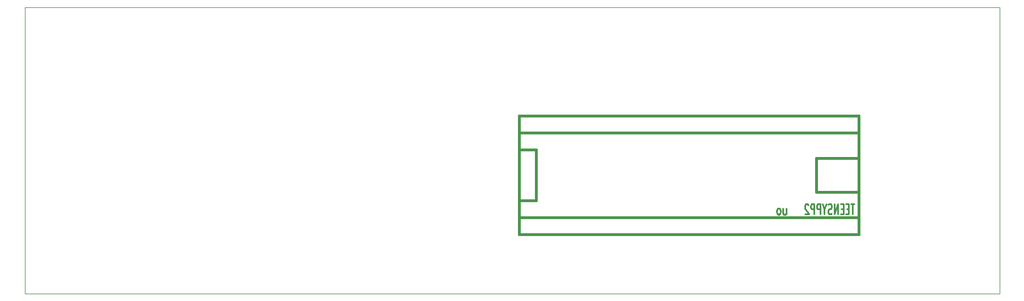
<source format=gbo>
G04 (created by PCBNEW (2013-07-07 BZR 4022)-stable) date 4/22/2014 12:16:29 PM*
%MOIN*%
G04 Gerber Fmt 3.4, Leading zero omitted, Abs format*
%FSLAX34Y34*%
G01*
G70*
G90*
G04 APERTURE LIST*
%ADD10C,0.00590551*%
%ADD11C,0.00393701*%
%ADD12C,0.015*%
%ADD13C,0.009*%
G04 APERTURE END LIST*
G54D10*
G54D11*
X7500Y-13900D02*
X7500Y-30800D01*
X64900Y-30800D02*
X64900Y-13900D01*
X7500Y-13900D02*
X64900Y-13900D01*
X64900Y-30800D02*
X7500Y-30800D01*
G54D12*
X36611Y-22319D02*
X37611Y-22319D01*
X37611Y-22319D02*
X37611Y-25319D01*
X37611Y-25319D02*
X36611Y-25319D01*
X56611Y-22819D02*
X54111Y-22819D01*
X54111Y-22819D02*
X54111Y-24819D01*
X54111Y-24819D02*
X56611Y-24819D01*
X36611Y-26319D02*
X56611Y-26319D01*
X56611Y-21319D02*
X36611Y-21319D01*
X56611Y-20319D02*
X36611Y-20319D01*
X36611Y-20319D02*
X36611Y-27319D01*
X36611Y-27319D02*
X56611Y-27319D01*
X56611Y-27319D02*
X56611Y-20319D01*
G54D13*
X52357Y-25770D02*
X52357Y-26062D01*
X52340Y-26096D01*
X52323Y-26113D01*
X52289Y-26130D01*
X52220Y-26130D01*
X52186Y-26113D01*
X52169Y-26096D01*
X52151Y-26062D01*
X52151Y-25770D01*
X51911Y-25770D02*
X51877Y-25770D01*
X51843Y-25787D01*
X51826Y-25804D01*
X51809Y-25839D01*
X51791Y-25907D01*
X51791Y-25993D01*
X51809Y-26062D01*
X51826Y-26096D01*
X51843Y-26113D01*
X51877Y-26130D01*
X51911Y-26130D01*
X51946Y-26113D01*
X51963Y-26096D01*
X51980Y-26062D01*
X51997Y-25993D01*
X51997Y-25907D01*
X51980Y-25839D01*
X51963Y-25804D01*
X51946Y-25787D01*
X51911Y-25770D01*
X56353Y-25509D02*
X56147Y-25509D01*
X56250Y-26109D02*
X56250Y-25509D01*
X56027Y-25795D02*
X55907Y-25795D01*
X55856Y-26109D02*
X56027Y-26109D01*
X56027Y-25509D01*
X55856Y-25509D01*
X55702Y-25795D02*
X55582Y-25795D01*
X55530Y-26109D02*
X55702Y-26109D01*
X55702Y-25509D01*
X55530Y-25509D01*
X55376Y-26109D02*
X55376Y-25509D01*
X55170Y-26109D01*
X55170Y-25509D01*
X55016Y-26081D02*
X54965Y-26109D01*
X54879Y-26109D01*
X54845Y-26081D01*
X54827Y-26052D01*
X54810Y-25995D01*
X54810Y-25938D01*
X54827Y-25881D01*
X54845Y-25852D01*
X54879Y-25824D01*
X54947Y-25795D01*
X54982Y-25766D01*
X54999Y-25738D01*
X55016Y-25681D01*
X55016Y-25624D01*
X54999Y-25566D01*
X54982Y-25538D01*
X54947Y-25509D01*
X54862Y-25509D01*
X54810Y-25538D01*
X54587Y-25824D02*
X54587Y-26109D01*
X54707Y-25509D02*
X54587Y-25824D01*
X54467Y-25509D01*
X54347Y-26109D02*
X54347Y-25509D01*
X54210Y-25509D01*
X54176Y-25538D01*
X54159Y-25566D01*
X54142Y-25624D01*
X54142Y-25709D01*
X54159Y-25766D01*
X54176Y-25795D01*
X54210Y-25824D01*
X54347Y-25824D01*
X53987Y-26109D02*
X53987Y-25509D01*
X53850Y-25509D01*
X53816Y-25538D01*
X53799Y-25566D01*
X53782Y-25624D01*
X53782Y-25709D01*
X53799Y-25766D01*
X53816Y-25795D01*
X53850Y-25824D01*
X53987Y-25824D01*
X53645Y-25566D02*
X53627Y-25538D01*
X53593Y-25509D01*
X53507Y-25509D01*
X53473Y-25538D01*
X53456Y-25566D01*
X53439Y-25624D01*
X53439Y-25681D01*
X53456Y-25766D01*
X53662Y-26109D01*
X53439Y-26109D01*
M02*

</source>
